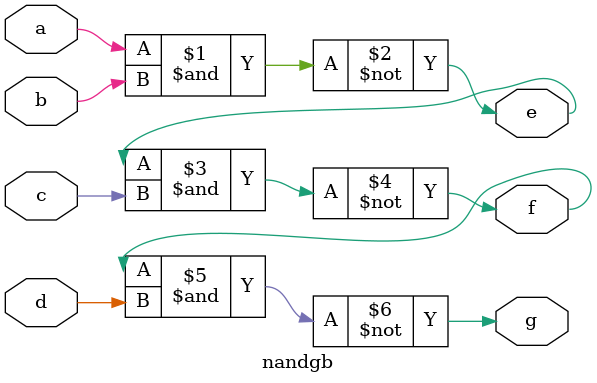
<source format=v>
`timescale 1ns / 1ps

module nandga(
    input a, b, c, d,
    output e
    );
    assign e = ~(a&b&c&d);
endmodule

module nandgb(
    input a, b, c, d,
    output e, f, g
    );
    assign e = ~(a&b);
    assign f = ~(e&c);
    assign g = ~(f&d);
endmodule

</source>
